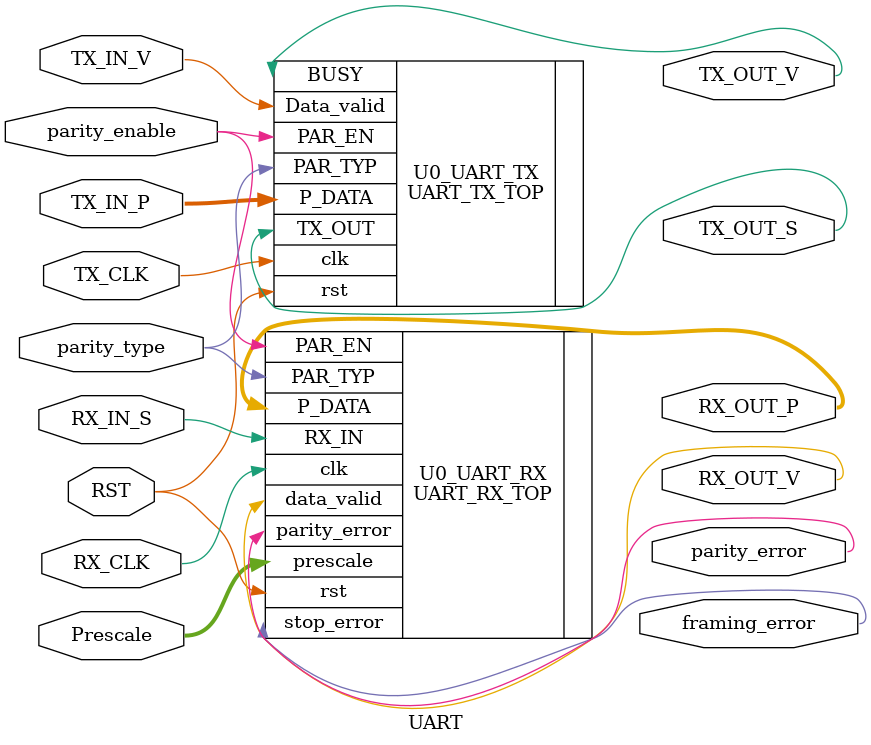
<source format=v>
module UART #(
    parameter DATA_WIDTH = 8
)(
    input   wire                          RST,
    input   wire                          TX_CLK,
    input   wire                          RX_CLK,
    input   wire                          RX_IN_S,
    output  wire   [DATA_WIDTH-1:0]       RX_OUT_P, 
    output  wire                          RX_OUT_V,
    input   wire   [DATA_WIDTH-1:0]       TX_IN_P, 
    input   wire                          TX_IN_V, 
    output  wire                          TX_OUT_S,
    output  wire                          TX_OUT_V,  
    input   wire   [5:0]                  Prescale, 
    input   wire                          parity_enable,
    input   wire                          parity_type,
    output  wire                          parity_error,
    output  wire                          framing_error
);

//==================== TX Instance ====================
UART_TX_TOP U0_UART_TX (
    .clk        (TX_CLK),
    .rst        (RST),
    .P_DATA     (TX_IN_P),
    .Data_valid (TX_IN_V),
    .PAR_EN     (parity_enable),
    .PAR_TYP    (parity_type), 
    .TX_OUT     (TX_OUT_S),
    .BUSY       (TX_OUT_V)
);

//==================== RX Instance ====================
UART_RX_TOP U0_UART_RX (
    .clk          (RX_CLK),
    .rst          (RST),
    .RX_IN        (RX_IN_S),
    .prescale     (Prescale),
    .PAR_EN       (parity_enable),
    .PAR_TYP      (parity_type),
    .P_DATA       (RX_OUT_P), 
    .data_valid   (RX_OUT_V),
    .parity_error (parity_error),
    .stop_error   (framing_error)
);

endmodule

</source>
